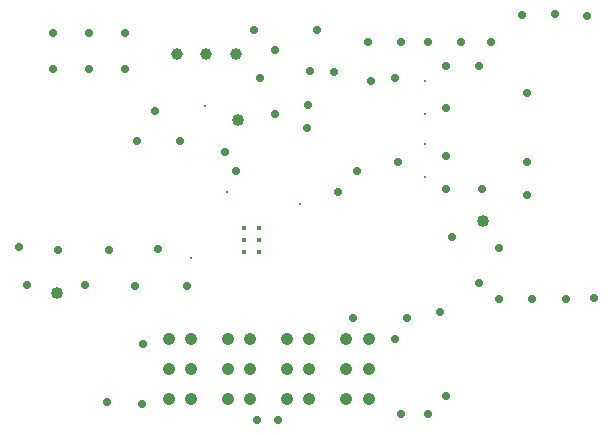
<source format=gbr>
%TF.GenerationSoftware,Altium Limited,Altium Designer,24.2.2 (26)*%
G04 Layer_Color=0*
%FSLAX45Y45*%
%MOMM*%
%TF.SameCoordinates,49D751E1-909A-4D1D-99CC-CC6D119DB9C5*%
%TF.FilePolarity,Positive*%
%TF.FileFunction,Plated,1,4,PTH,Drill*%
%TF.Part,Single*%
G01*
G75*
%TA.AperFunction,ComponentDrill*%
%ADD62C,1.04000*%
%ADD63C,1.02000*%
%ADD64C,1.00000*%
%ADD65C,1.02000*%
%TA.AperFunction,ViaDrill,NotFilled*%
%ADD66C,0.71120*%
%ADD67C,0.30480*%
%ADD68C,0.40640*%
D62*
X2260980Y-5176520D02*
D03*
X2072980D02*
D03*
X2260980Y-4922520D02*
D03*
X2072980D02*
D03*
X2260980Y-4668520D02*
D03*
X2072980D02*
D03*
X3760980Y-5176520D02*
D03*
X3572980D02*
D03*
X3760980Y-4922520D02*
D03*
X3572980D02*
D03*
X3760980Y-4668520D02*
D03*
X3572980D02*
D03*
X3260980Y-5176520D02*
D03*
X3072980D02*
D03*
X3260980Y-4922520D02*
D03*
X3072980D02*
D03*
X3260980Y-4668520D02*
D03*
X3072980D02*
D03*
X2760980Y-5176520D02*
D03*
X2572980D02*
D03*
X2760980Y-4922520D02*
D03*
X2572980D02*
D03*
X2760980Y-4668520D02*
D03*
X2572980D02*
D03*
D63*
X1125220Y-4279900D02*
D03*
X4732020Y-3672840D02*
D03*
D64*
X2636520Y-2260600D02*
D03*
X2386520D02*
D03*
X2136520D02*
D03*
D65*
X2659380Y-2816860D02*
D03*
D66*
X5613400Y-1938020D02*
D03*
X5336540Y-1917700D02*
D03*
X5062220Y-1925320D02*
D03*
X3469640Y-2405380D02*
D03*
X4866640Y-4333240D02*
D03*
X5143500Y-4328160D02*
D03*
X5669280Y-4325620D02*
D03*
X5433060Y-4333240D02*
D03*
X2164080Y-2997200D02*
D03*
X800100Y-3893820D02*
D03*
X1981200Y-3911600D02*
D03*
X1135380Y-3914140D02*
D03*
X2997200Y-5359400D02*
D03*
X2819400D02*
D03*
X4696460Y-4196080D02*
D03*
X4465320Y-3807460D02*
D03*
X5105400Y-2590800D02*
D03*
X3987800Y-4673600D02*
D03*
X5105400Y-3454400D02*
D03*
Y-3175000D02*
D03*
X4869180Y-3896360D02*
D03*
X3632200Y-4495800D02*
D03*
X4089400D02*
D03*
X4368800Y-4445000D02*
D03*
X4419600Y-5156200D02*
D03*
X4267200Y-5308600D02*
D03*
X4038600D02*
D03*
X4724400Y-3403600D02*
D03*
X4419600D02*
D03*
X4699000Y-2362200D02*
D03*
X4419600D02*
D03*
Y-2717800D02*
D03*
Y-3124200D02*
D03*
X3505200Y-3429000D02*
D03*
X3784600Y-2489200D02*
D03*
X3987800Y-2463800D02*
D03*
X3665920Y-3249560D02*
D03*
X4013200Y-3175000D02*
D03*
X3243580Y-2885440D02*
D03*
X3251200Y-2692400D02*
D03*
X2971800Y-2768600D02*
D03*
X2548988Y-3087119D02*
D03*
X2641600Y-3251200D02*
D03*
X3327400Y-2057400D02*
D03*
X4800600Y-2159000D02*
D03*
X4546600D02*
D03*
X4267200D02*
D03*
X4038600D02*
D03*
X3759200D02*
D03*
X2844800Y-2463800D02*
D03*
X2970455Y-2220017D02*
D03*
X2794000Y-2057400D02*
D03*
X1803400Y-2997200D02*
D03*
X1955800Y-2743200D02*
D03*
X1701800Y-2387600D02*
D03*
X1397000D02*
D03*
X1092200D02*
D03*
X1701800Y-2082800D02*
D03*
X1397000D02*
D03*
X3263900Y-2400300D02*
D03*
X1092200Y-2082800D02*
D03*
X1854200Y-4711700D02*
D03*
X1841500Y-5219700D02*
D03*
X1549400Y-5207000D02*
D03*
X2222500Y-4221480D02*
D03*
X1567180Y-3919220D02*
D03*
X873760Y-4213860D02*
D03*
X1785620Y-4218940D02*
D03*
X1361440Y-4216400D02*
D03*
D67*
X2560320Y-3426460D02*
D03*
X2260600Y-3985260D02*
D03*
X3181035Y-3522980D02*
D03*
X4241800Y-3302000D02*
D03*
Y-3022600D02*
D03*
Y-2768600D02*
D03*
Y-2489200D02*
D03*
X2377440Y-2700020D02*
D03*
D68*
X2708680Y-3728720D02*
D03*
X2832880D02*
D03*
X2708680Y-3830320D02*
D03*
X2832880D02*
D03*
X2708680Y-3931920D02*
D03*
X2832880D02*
D03*
%TF.MD5,21caf00fa8b11fc39e86a1c7ff3730cb*%
M02*

</source>
